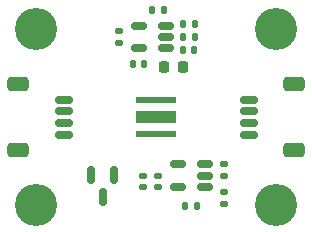
<source format=gts>
%TF.GenerationSoftware,KiCad,Pcbnew,7.0.8-7.0.8~ubuntu22.04.1*%
%TF.CreationDate,2024-02-01T21:47:39-08:00*%
%TF.ProjectId,275nm_SU_CULBN2_16mA,3237356e-6d5f-4535-955f-43554c424e32,rev?*%
%TF.SameCoordinates,Original*%
%TF.FileFunction,Soldermask,Top*%
%TF.FilePolarity,Negative*%
%FSLAX46Y46*%
G04 Gerber Fmt 4.6, Leading zero omitted, Abs format (unit mm)*
G04 Created by KiCad (PCBNEW 7.0.8-7.0.8~ubuntu22.04.1) date 2024-02-01 21:47:39*
%MOMM*%
%LPD*%
G01*
G04 APERTURE LIST*
G04 Aperture macros list*
%AMRoundRect*
0 Rectangle with rounded corners*
0 $1 Rounding radius*
0 $2 $3 $4 $5 $6 $7 $8 $9 X,Y pos of 4 corners*
0 Add a 4 corners polygon primitive as box body*
4,1,4,$2,$3,$4,$5,$6,$7,$8,$9,$2,$3,0*
0 Add four circle primitives for the rounded corners*
1,1,$1+$1,$2,$3*
1,1,$1+$1,$4,$5*
1,1,$1+$1,$6,$7*
1,1,$1+$1,$8,$9*
0 Add four rect primitives between the rounded corners*
20,1,$1+$1,$2,$3,$4,$5,0*
20,1,$1+$1,$4,$5,$6,$7,0*
20,1,$1+$1,$6,$7,$8,$9,0*
20,1,$1+$1,$8,$9,$2,$3,0*%
G04 Aperture macros list end*
%ADD10C,3.570000*%
%ADD11R,3.400000X0.550000*%
%ADD12R,3.400000X1.000000*%
%ADD13RoundRect,0.150000X-0.625000X0.150000X-0.625000X-0.150000X0.625000X-0.150000X0.625000X0.150000X0*%
%ADD14RoundRect,0.250000X-0.650000X0.350000X-0.650000X-0.350000X0.650000X-0.350000X0.650000X0.350000X0*%
%ADD15RoundRect,0.150000X0.625000X-0.150000X0.625000X0.150000X-0.625000X0.150000X-0.625000X-0.150000X0*%
%ADD16RoundRect,0.250000X0.650000X-0.350000X0.650000X0.350000X-0.650000X0.350000X-0.650000X-0.350000X0*%
%ADD17RoundRect,0.135000X-0.185000X0.135000X-0.185000X-0.135000X0.185000X-0.135000X0.185000X0.135000X0*%
%ADD18RoundRect,0.135000X0.135000X0.185000X-0.135000X0.185000X-0.135000X-0.185000X0.135000X-0.185000X0*%
%ADD19RoundRect,0.135000X0.185000X-0.135000X0.185000X0.135000X-0.185000X0.135000X-0.185000X-0.135000X0*%
%ADD20RoundRect,0.150000X0.512500X0.150000X-0.512500X0.150000X-0.512500X-0.150000X0.512500X-0.150000X0*%
%ADD21RoundRect,0.140000X0.170000X-0.140000X0.170000X0.140000X-0.170000X0.140000X-0.170000X-0.140000X0*%
%ADD22RoundRect,0.218750X-0.218750X-0.256250X0.218750X-0.256250X0.218750X0.256250X-0.218750X0.256250X0*%
%ADD23RoundRect,0.135000X-0.135000X-0.185000X0.135000X-0.185000X0.135000X0.185000X-0.135000X0.185000X0*%
%ADD24RoundRect,0.140000X0.140000X0.170000X-0.140000X0.170000X-0.140000X-0.170000X0.140000X-0.170000X0*%
%ADD25RoundRect,0.140000X-0.140000X-0.170000X0.140000X-0.170000X0.140000X0.170000X-0.140000X0.170000X0*%
%ADD26RoundRect,0.150000X-0.150000X0.587500X-0.150000X-0.587500X0.150000X-0.587500X0.150000X0.587500X0*%
%ADD27RoundRect,0.147500X0.147500X0.172500X-0.147500X0.172500X-0.147500X-0.172500X0.147500X-0.172500X0*%
G04 APERTURE END LIST*
D10*
%TO.C,M1*%
X52540000Y-52540000D03*
%TD*%
%TO.C,M2*%
X72860000Y-52540000D03*
%TD*%
%TO.C,M3*%
X72860000Y-67460000D03*
%TD*%
%TO.C,M4*%
X52540000Y-67460000D03*
%TD*%
D11*
%TO.C,D1*%
X62700000Y-58575000D03*
X62700000Y-61425000D03*
D12*
X62700000Y-60000000D03*
%TD*%
D13*
%TO.C,J1*%
X54880000Y-58500000D03*
X54880000Y-59500000D03*
X54880000Y-60500000D03*
X54880000Y-61500000D03*
D14*
X51005000Y-57200000D03*
X51005000Y-62800000D03*
%TD*%
D15*
%TO.C,J2*%
X70520000Y-61500000D03*
X70520000Y-60500000D03*
X70520000Y-59500000D03*
X70520000Y-58500000D03*
D16*
X74395000Y-62800000D03*
X74395000Y-57200000D03*
%TD*%
D17*
%TO.C,R1*%
X68427600Y-63982600D03*
X68427600Y-65002600D03*
%TD*%
D18*
%TO.C,R6*%
X63349600Y-50876200D03*
X62329600Y-50876200D03*
%TD*%
D19*
%TO.C,R4*%
X59563000Y-53674200D03*
X59563000Y-52654200D03*
%TD*%
D20*
%TO.C,U2*%
X66795200Y-65881000D03*
X66795200Y-64931000D03*
X66795200Y-63981000D03*
X64520200Y-63981000D03*
X64520200Y-65881000D03*
%TD*%
D21*
%TO.C,C3*%
X62845200Y-65936000D03*
X62845200Y-64976000D03*
%TD*%
D19*
%TO.C,R3*%
X68427600Y-67360800D03*
X68427600Y-66340800D03*
%TD*%
D22*
%TO.C,L1*%
X63372900Y-55753000D03*
X64947900Y-55753000D03*
%TD*%
D23*
%TO.C,R2*%
X65150200Y-67481000D03*
X66170200Y-67481000D03*
%TD*%
D24*
%TO.C,C1*%
X61671200Y-55499000D03*
X60711200Y-55499000D03*
%TD*%
D21*
%TO.C,C4*%
X61620200Y-65941000D03*
X61620200Y-64981000D03*
%TD*%
D25*
%TO.C,C2*%
X65003800Y-53187600D03*
X65963800Y-53187600D03*
%TD*%
D26*
%TO.C,Q1*%
X59105800Y-64897000D03*
X57205800Y-64897000D03*
X58155800Y-66772000D03*
%TD*%
D27*
%TO.C,D2*%
X65939200Y-54305200D03*
X64969200Y-54305200D03*
%TD*%
D18*
%TO.C,R5*%
X65963800Y-52120800D03*
X64943800Y-52120800D03*
%TD*%
D20*
%TO.C,U1*%
X63494000Y-54147800D03*
X63494000Y-53197800D03*
X63494000Y-52247800D03*
X61219000Y-52247800D03*
X61219000Y-54147800D03*
%TD*%
M02*

</source>
